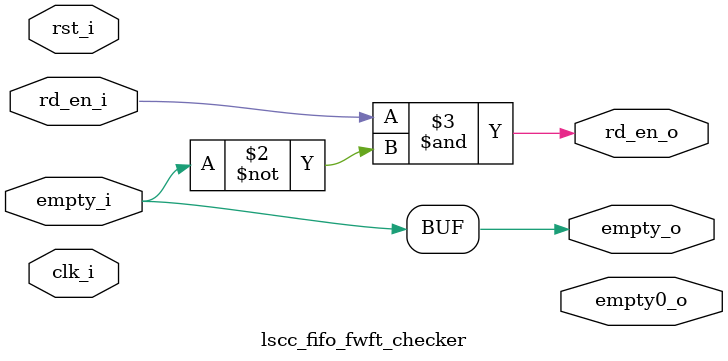
<source format=v>

`ifndef FLAG_CHECKER
`define FLAG_CHECKER

`timescale 1 ns / 1 ns

module flag_checker #(
    parameter FAMILY                    = "LIFCL",
    parameter WADDR_DEPTH               = 512,
    parameter WADDR_WIDTH               = clog2(WADDR_DEPTH),
    parameter WDATA_WIDTH               = 36,
    parameter RADDR_DEPTH               = 512,
    parameter RADDR_WIDTH               = clog2(RADDR_DEPTH),
    parameter RDATA_WIDTH               = 36,
    parameter REGMODE                   = "reg",
    parameter RESETMODE                 = "async",
    parameter ENABLE_ALMOST_FULL_FLAG   = "TRUE",
    parameter ENABLE_ALMOST_EMPTY_FLAG  = "TRUE",
    parameter ALMOST_FULL_ASSERTION     = "static-dual",
    parameter ALMOST_FULL_ASSERT_LVL    = 511,
    parameter ALMOST_FULL_DEASSERT_LVL  = 510,
    parameter ALMOST_EMPTY_ASSERTION    = "static-dual",
    parameter ALMOST_EMPTY_ASSERT_LVL   = 1,
    parameter ALMOST_EMPTY_DEASSERT_LVL = 2,
    parameter ENABLE_DATA_COUNT_WR      = "FALSE",
    parameter ENABLE_DATA_COUNT_RD      = "FALSE",
    parameter LATENCY                   = 2,
    parameter DEASSERT_LATENCY          = 2,
    parameter FWFT                      = 0
)(
//----------------------------
// Inputs
//----------------------------
    input wr_clk_i,
    input rd_clk_i,
    input wr_en_i,
    input rd_en_i,
    input rst_i,
    input rp_rst_i,
    
    input [WADDR_WIDTH-1:0] almost_full_th_i,
    input [WADDR_WIDTH-1:0] almost_full_clr_th_i,
    input [RADDR_WIDTH-1:0] almost_empty_th_i,
    input [RADDR_WIDTH-1:0] almost_empty_clr_th_i,
    
//----------------------------
// Outputs
//----------------------------
    
    output full_o,
    output empty_o,
	output empty0_o,
    output almost_full_o,
    output almost_empty_o,
    output [WADDR_WIDTH:0] wr_data_cnt_o,
    output [RADDR_WIDTH:0] rd_data_cnt_o
);

//----------------------------
// Local Parameters
//----------------------------
localparam G_WADDR_WIDTH = WADDR_WIDTH+1;
localparam G_RADDR_WIDTH = RADDR_WIDTH+1;
localparam CMP_WIDTH     = (WADDR_WIDTH >= RADDR_WIDTH) ? (RADDR_WIDTH+1) : (WADDR_WIDTH+1);
localparam GEN_FACTOR    = (WDATA_WIDTH > RDATA_WIDTH) ? WDATA_WIDTH / RDATA_WIDTH : RDATA_WIDTH / WDATA_WIDTH;
localparam W_FACTOR      = (WADDR_WIDTH > RADDR_WIDTH) ? GEN_FACTOR : 1;
localparam R_FACTOR      = (WADDR_WIDTH > RADDR_WIDTH) ? 1 : GEN_FACTOR;


localparam _FCODE_LIFCL_ = 1;
localparam _FCODE_ICE_   = 2;
localparam _FCODE_AP6_   = 3;
localparam _FCODE_COMMON_= 0;
localparam FAMILY_CODE   = ( FAMILY == "LATG1"   ) ? _FCODE_AP6_   : 
                           ( FAMILY == "LAV-AT"  ) ? _FCODE_AP6_   : 
                           ( FAMILY == "LIFCL"   ) ? _FCODE_LIFCL_ : 
                           ( FAMILY == "iCE40UP" ) ? _FCODE_ICE_   : _FCODE_COMMON_ ;
localparam OPT_DATA_WIDTH = getMinFIFO(WADDR_DEPTH, WDATA_WIDTH, 0, FAMILY_CODE, 0);
localparam OPT_ADDR_DEPTH = data_to_addr(OPT_DATA_WIDTH, FAMILY_CODE);
localparam FIFO_DATA      = roundUP(WDATA_WIDTH, OPT_DATA_WIDTH);
localparam FIFO_ADDR      = roundUP(WADDR_DEPTH, OPT_ADDR_DEPTH);
localparam IS_CASCADE     = (FIFO_ADDR > 1);

localparam FWFT_ADJ      =  FWFT ? (GEN_FACTOR > 1)? 0 : IS_CASCADE : 0;

reg empty_ext_r;
wire rd_en_w;

lscc_fifo_fwft_checker # (
    .FWFT    (FWFT        )
) u_fwft (                        
    .clk_i   (rd_clk_i    ),
    .rst_i   (rst_i       ),
    .empty_i (empty_ext_r ),
    .rd_en_i (rd_en_i     ),

    .empty_o (empty_o     ),
	.empty0_o(empty0_o    ),
    .rd_en_o (rd_en_w     )
);

genvar i0, i1, ilat0;
generate
    //----------------------------
    // Wire and Registers
    //----------------------------

    // -- Write-Synced Signals --
    reg                        full_r;
    reg                        full_ext_r;
    reg                        full_q_r;

    reg  [WADDR_WIDTH:0]       wr_addr_r;
    reg  [WADDR_WIDTH:0]       wr_addr_arith_r;
    reg  [WADDR_WIDTH:0]       wr_addr_nxt_c;
    wire [WADDR_WIDTH-1:0]     wr_mem_addr_w      = wr_addr_r[WADDR_WIDTH-1:0];
    wire [WADDR_WIDTH:0]       wr_addr_p1_w       = wr_addr_r + 1'b1;
                                                  
    reg  [G_RADDR_WIDTH-1:0]   rp_sync1_r;
    reg  [G_RADDR_WIDTH-1:0]   rp_sync2_r;
                                                  
    wire [G_WADDR_WIDTH-1:0]   wr_buff_w;
    reg [G_WADDR_WIDTH-1:0]    wr_buff_sync_r;
    wire [RADDR_WIDTH:0]       rp_sync_w;
                                                  
    wire [CMP_WIDTH-1:0]       wr_cmp_wr_w        = wr_addr_p1_w[WADDR_WIDTH:WADDR_WIDTH-CMP_WIDTH+1];
    wire [CMP_WIDTH-1:0]       rd_cmp_wr_w        = rp_sync_w[RADDR_WIDTH:RADDR_WIDTH-CMP_WIDTH+1];
    wire [CMP_WIDTH-2:0]       wr_cmp_mem_wr_w    = wr_cmp_wr_w[CMP_WIDTH-2:0];
    wire [CMP_WIDTH-2:0]       rd_cmp_mem_wr_w    = rd_cmp_wr_w[CMP_WIDTH-2:0];
    wire [CMP_WIDTH-2:0]       wr_cur_mem_wr_w    = wr_mem_addr_w[WADDR_WIDTH-1:WADDR_WIDTH-CMP_WIDTH+1];

    wire [WADDR_WIDTH:0]       wr_sig_rd_w;
    wire [WADDR_WIDTH:0]       wr_sig_diff0_w     = wr_addr_arith_r - wr_sig_rd_w;

    reg                        full_nxt_c;

    // -- Read-Synced Signals --
    reg                        empty_r;
    reg                        empty_q_r;

    reg  [RADDR_WIDTH:0]       rd_addr_r;
    reg  [RADDR_WIDTH:0]       rd_addr_arith_r;
    reg  [RADDR_WIDTH:0]       rd_addr_nxt_c;
    wire [RADDR_WIDTH-1:0]     rd_mem_addr_w      = rd_addr_r[RADDR_WIDTH-1:0];
    wire [RADDR_WIDTH:0]       rd_addr_p1_w       = rd_addr_r + 1'b1;

    reg  [G_WADDR_WIDTH-1:0]   wp_sync1_r;
    reg  [G_WADDR_WIDTH-1:0]   wp_sync2_r;

    wire [G_RADDR_WIDTH-1:0]   rd_buff_w;
    reg [G_RADDR_WIDTH-1:0]    rd_buff_sync_r;
    wire [WADDR_WIDTH:0]       wp_sync_w;
                                                  
    wire [CMP_WIDTH-1:0]       rd_cmp_rd_w        = rd_addr_p1_w[RADDR_WIDTH:RADDR_WIDTH-CMP_WIDTH+1];
    wire [CMP_WIDTH-1:0]       wr_cmp_rd_w        = wp_sync_w[WADDR_WIDTH:WADDR_WIDTH-CMP_WIDTH+1];
    wire [CMP_WIDTH-2:0]       wr_cmp_mem_rd_w    = wr_cmp_rd_w[CMP_WIDTH-2:0];
    wire [CMP_WIDTH-2:0]       rd_cmp_mem_rd_w    = rd_cmp_rd_w[CMP_WIDTH-2:0];
    wire [CMP_WIDTH-2:0]       rd_cur_mem_rd_w    = rd_mem_addr_w[RADDR_WIDTH-1:RADDR_WIDTH-CMP_WIDTH+1];

    wire [RADDR_WIDTH:0]       rd_sig_wr_w;
    wire [RADDR_WIDTH:0]       rd_sig_diff0_w     = rd_sig_wr_w - rd_addr_arith_r;
 
    reg                        empty_nxt_c;

    wire [RADDR_WIDTH:0]       full_addr_w;

    // -- Top-Level Assignments --
    assign                     full_o             = full_ext_r;

    // -- Global Signals -- 
    wire                       wr_fifo_en_w       = wr_en_i & ~full_r;
    wire                       rd_fifo_en_w       = rd_en_w & ~empty_r;
    genvar gri0;
    //----------------------------
    // Behavioral Model
    //----------------------------

    // ----------------------
    // -- WRITE CONTROLLER --
    // ----------------------

    // -- wr_buff_encode --
    assign wr_buff_w = wr_addr_nxt_c;

    if(RESETMODE == "sync") begin : wr_encode_sync
        always @ (posedge wr_clk_i) begin
            if(rst_i) begin
                wr_buff_sync_r <= {G_WADDR_WIDTH{1'b0}};
            end
            else begin
                wr_buff_sync_r <= wr_buff_w;
            end
        end
    end
    else begin : wr_encode_async
        always @ (posedge wr_clk_i, posedge rst_i) begin
            if(rst_i) begin
                wr_buff_sync_r <= {G_WADDR_WIDTH{1'b0}};
            end
            else begin
                wr_buff_sync_r <= wr_buff_w;
            end
        end
    end

    // -- rd_buff_decode --  
    assign rp_sync_w = rp_sync2_r;

    // ---------------------------
    // -- Core Write Controller --
    // ---------------------------
    wire wr_sig_mv_w    = wr_en_i & ~full_r;
    wire full_cmp_w     = (wr_cmp_mem_wr_w == rd_cmp_mem_wr_w);
    wire full_rel_cmp_w = (wr_cur_mem_wr_w == rd_cmp_mem_wr_w);
    wire full_max_w     = (wr_cmp_wr_w[CMP_WIDTH-1] ^ rd_cmp_wr_w[CMP_WIDTH-1]);

    always @ (*) begin
        wr_addr_nxt_c = (wr_sig_mv_w & ~rp_rst_i) ? wr_addr_p1_w : wr_addr_r;
    end

    if(DEASSERT_LATENCY == 0) begin : _DEASSERT_LAT_FULL_0
       always @ (*) begin
           full_nxt_c = ~rp_rst_i & (wr_sig_mv_w ? (full_cmp_w & full_max_w) : (full_rel_cmp_w & full_r));
       end
    end
    else begin : _DEASSERT_LAT_FULL_N
        wire de_assert_w;
        assign de_assert_w = ~rp_rst_i & (wr_sig_mv_w ? (full_cmp_w & full_max_w) : (full_rel_cmp_w & full_r));
        reg [DEASSERT_LATENCY-1:0] de_assert_r;
        for(ilat0 = 0; ilat0 < DEASSERT_LATENCY; ilat0 = ilat0 + 1) begin
            if(ilat0 == 0) begin
                always @ (posedge wr_clk_i, posedge rst_i) begin
                    if(rst_i) begin
                        de_assert_r[0] <= 1'b1;
                    end
                    else begin
                        de_assert_r[0] <= de_assert_w;
                    end
                end
            end
            else begin
                always @ (posedge wr_clk_i, posedge rst_i) begin
                    if(rst_i) begin
                        de_assert_r[ilat0] <= 1'b1;
                    end
                    else begin
                        de_assert_r[ilat0] <= de_assert_r[ilat0-1];
                    end
                end
            end
        end 
        always @ (*) begin
            //full_nxt_c = full_r ? |de_assert_r : de_assert_w;
            full_nxt_c = ~full_r ? de_assert_w : 
                         (WADDR_WIDTH == 1 || 
                          RADDR_WIDTH == 1) ? de_assert_r[DEASSERT_LATENCY-1] | ~full_q_r : |de_assert_r;
        end
    end

    if(RESETMODE == "sync") begin : sync_wr_controller
        always @ (posedge wr_clk_i) begin
            if(rst_i) begin
                wr_addr_r <= {WADDR_WIDTH{1'b0}};
                wr_addr_arith_r <= {WADDR_WIDTH{1'b0}};
                full_r <= 1'b0;
                full_ext_r <= 1'b0;
                full_q_r <= 1'b0;
            end
            else begin
                wr_addr_r <= wr_addr_nxt_c;
                wr_addr_arith_r <= wr_addr_nxt_c;
                full_r <= full_nxt_c;
                full_ext_r <= full_nxt_c;
                full_q_r <= full_r;
            end
        end
    end // end sync_wr_controller
    else begin : async_wr_controller
        always @ (posedge wr_clk_i, posedge rst_i) begin
            if(rst_i) begin
                wr_addr_r <= {WADDR_WIDTH{1'b0}};
                wr_addr_arith_r <= {WADDR_WIDTH{1'b0}};
                full_r <= 1'b0;
                full_ext_r <= 1'b0;
                full_q_r <= 1'b0;
            end
            else begin
                wr_addr_r <= wr_addr_nxt_c;
                wr_addr_arith_r <= wr_addr_nxt_c;
                full_r <= full_nxt_c;
                full_ext_r <= full_nxt_c;
                full_q_r <= full_r;
            end
        end
    end // end async_wr_controller

    // -- Read to Write Synchronizer --
    if(LATENCY == 0) begin
        always @ (*) begin
            rp_sync2_r = rd_buff_w;
        end
    end
    else if(LATENCY == 1) begin
        if(RESETMODE == "sync") begin
            always @ (posedge wr_clk_i) begin
                if(rst_i) begin
                    rp_sync2_r <= {(G_RADDR_WIDTH){1'b0}};
                end
                else begin
                    rp_sync2_r <= rd_buff_sync_r;
                end
            end
        end
        else begin
            always @ (posedge wr_clk_i, posedge rst_i) begin
                if(rst_i) begin
                    rp_sync2_r <= {(G_RADDR_WIDTH){1'b0}};
                end
                else begin
                    rp_sync2_r <= rd_buff_sync_r;
                end
            end
        end
    end
    else begin
        reg [G_RADDR_WIDTH-1:0] sync_reg [LATENCY-2:0];
        for(ilat0 = 0; ilat0 < LATENCY; ilat0 = ilat0 + 1) begin
            if(ilat0 == 0) begin
                if(RESETMODE == "sync") begin
                    always @ (posedge wr_clk_i) begin
                        if(rst_i) begin
                            sync_reg[ilat0] <= {(G_RADDR_WIDTH){1'b0}};
                        end
                        else begin
                            sync_reg[ilat0] <= rd_buff_sync_r;
                        end
                    end
                end
                else begin
                    always @ (posedge wr_clk_i, posedge rst_i) begin
                        if(rst_i) begin
                            sync_reg[ilat0] <= {(G_RADDR_WIDTH){1'b0}};
                        end
                        else begin
                            sync_reg[ilat0] <= rd_buff_sync_r;
                        end
                    end
                end
            end
            else if(ilat0 == LATENCY-1) begin
                if(RESETMODE == "sync") begin
                    always @ (posedge wr_clk_i) begin
                        if(rst_i) begin
                            rp_sync2_r <= {(G_RADDR_WIDTH){1'b0}};
                        end
                        else begin
                            rp_sync2_r <= sync_reg[ilat0-1];
                        end
                    end
                end
                else begin
                    always @ (posedge wr_clk_i, posedge rst_i) begin
                        if(rst_i) begin
                            rp_sync2_r <= {(G_RADDR_WIDTH){1'b0}};
                        end
                        else begin
                            rp_sync2_r <= sync_reg[ilat0-1];
                        end
                    end
                end
            end
            else begin
                if(RESETMODE == "sync") begin
                    always @ (posedge wr_clk_i) begin
                        if(rst_i) begin
                            sync_reg[ilat0] <= {(G_RADDR_WIDTH){1'b0}};
                        end
                        else begin
                            sync_reg[ilat0] <= sync_reg[ilat0-1];
                        end
                    end
                end
                else begin
                    always @ (posedge wr_clk_i, posedge rst_i) begin
                        if(rst_i) begin
                            sync_reg[ilat0] <= {(G_RADDR_WIDTH){1'b0}};
                        end
                        else begin
                            sync_reg[ilat0] <= sync_reg[ilat0-1];
                        end
                    end
                end
            end
        end
    end

    // -- Routing for WR difference signals --
    if(WADDR_WIDTH > RADDR_WIDTH) begin
        assign wr_sig_rd_w = {rp_sync_w, {(WADDR_WIDTH-RADDR_WIDTH){1'b0}}};

    end // end WADDR_WIDTH > RADDR_WIDTH
    else begin
        assign wr_sig_rd_w = rp_sync_w[RADDR_WIDTH:RADDR_WIDTH-WADDR_WIDTH];
    end // end else

    // -- Almost Full Flag Controller --
    if(ENABLE_ALMOST_FULL_FLAG == "TRUE") begin : afull_flag_impl
        wire [WADDR_WIDTH-1:0] almost_full_tick_w = (ALMOST_FULL_ASSERTION == "static-single" || ALMOST_FULL_ASSERTION == "static-dual") ? (ALMOST_FULL_ASSERT_LVL) : (almost_full_th_i) ;
        wire [WADDR_WIDTH-1:0] almost_full_tock_w = ((ALMOST_FULL_ASSERTION == "static-single") ? ALMOST_FULL_ASSERT_LVL : 
                                                    (ALMOST_FULL_ASSERTION == "static-dual") ? ALMOST_FULL_DEASSERT_LVL :
                                                    (ALMOST_FULL_ASSERTION == "dynamic-single") ? almost_full_th_i : almost_full_clr_th_i);

        reg af_flag_r;
        reg af_flag_ext_r;

        wire af_flag_p_w = ~(wr_sig_diff0_w < almost_full_tick_w - wr_en_i);
        wire af_flag_n_w = (wr_sig_diff0_w > almost_full_tock_w);

        wire af_flag_nxt_w;

        assign almost_full_o = af_flag_ext_r;

        if(RESETMODE == "sync") begin : sync
            always @ (posedge wr_clk_i) begin
                if(rst_i == 1'b1) begin
                   af_flag_r <= 1'b0;
                   af_flag_ext_r <= 1'b0;
                end
                else begin
                   af_flag_r <= af_flag_nxt_w;
                   af_flag_ext_r <= af_flag_nxt_w;
                end
            end
        end // end sync
        else begin : async
            always @ (posedge wr_clk_i, posedge rst_i) begin
                if(rst_i == 1'b1) begin
                   af_flag_r <= 1'b0;
                   af_flag_ext_r <= 1'b0;
                end
                else begin
                   af_flag_r <= af_flag_nxt_w;
                   af_flag_ext_r <= af_flag_nxt_w;
                end
            end
        end // end async

        if(DEASSERT_LATENCY == 0) begin : _DEASSERT_LAT_AF_0
            assign af_flag_nxt_w = (af_flag_p_w) | (af_flag_n_w & af_flag_r);
        end
        else begin : _DEASSERT_LAT_AF_N
            wire de_assert_w;
            assign de_assert_w = (af_flag_p_w) | (af_flag_n_w & af_flag_r);
            reg [DEASSERT_LATENCY-1:0] de_assert_r;
            for(ilat0 = 0; ilat0 < DEASSERT_LATENCY; ilat0 = ilat0 + 1) begin
                if(ilat0 == 0) begin
                    always @ (posedge rd_clk_i, posedge rst_i) begin
                        if(rst_i) begin
                            de_assert_r[0] <= 1'b1;
                        end
                        else begin
                            de_assert_r[0] <= de_assert_w;
                        end
                    end
                end
                else begin
                    always @ (posedge rd_clk_i, posedge rst_i) begin
                        if(rst_i) begin
                            de_assert_r[ilat0] <= 1'b1;
                        end
                        else begin
                            de_assert_r[ilat0] <= de_assert_r[ilat0-1];
                        end
                    end
                end
            end 
            assign af_flag_nxt_w = af_flag_r ? |de_assert_r : de_assert_w;
        end

    end // end afull_flag_impl
    else begin
        assign almost_full_o = 1'b0;
    end

    // -- Enable WR Data Count Controller --
    if(ENABLE_DATA_COUNT_WR == "TRUE") begin : en_wr_cnt
        reg [WADDR_WIDTH:0] wr_counter_r;
        assign wr_data_cnt_o = wr_counter_r;

        // synthesis translate_off
        initial begin
            wr_counter_r = {(WADDR_WIDTH+1){1'b0}};
        end
        // synthesis translate_on

        if(RESETMODE == "sync") begin
            always @ (posedge wr_clk_i) begin
                if(rst_i) begin
                    wr_counter_r <= {(WADDR_WIDTH+1){1'b0}};
                end
                else begin
                    wr_counter_r <= wr_sig_diff0_w;
                end
            end
        end
        else begin
            always @ (posedge wr_clk_i, posedge rst_i) begin
                if(rst_i) begin
                    wr_counter_r <= {(WADDR_WIDTH+1){1'b0}};
                end
                else begin
                    wr_counter_r <= wr_sig_diff0_w;
                end
            end
        end
    end // end en_wr_cnt
    else begin
        assign wr_data_cnt_o = {(WADDR_WIDTH+1){1'b0}};
    end

    // ---------------------
    // -- READ CONTROLLER --
    // ---------------------

    // -- Full Address for rp_rst_i --
    if(WADDR_WIDTH >= RADDR_WIDTH) begin : full_addr_e
        assign full_addr_w  = {~wp_sync_w[WADDR_WIDTH], wp_sync_w[WADDR_WIDTH-1:WADDR_WIDTH-RADDR_WIDTH]};
    end // end full_addr_e
    else begin : full_addr_o
        assign full_addr_w = {~wp_sync_w[WADDR_WIDTH], wp_sync_w[WADDR_WIDTH-1:0], {(RADDR_WIDTH-WADDR_WIDTH){1'b0}}};
    end // end full_addr_o

    // -- rd_buff_encode --
    assign rd_buff_w = rd_addr_nxt_c;

    if(RESETMODE == "sync") begin : rd_encode_sync
        always @ (posedge rd_clk_i) begin
            if(rst_i) begin
                rd_buff_sync_r <= {G_RADDR_WIDTH{1'b0}};
            end
            else begin
                rd_buff_sync_r <= rd_buff_w;
            end
        end
    end
    else begin : rd_encode_async
        always @ (posedge rd_clk_i, posedge rst_i) begin
            if(rst_i) begin
                rd_buff_sync_r <= {G_RADDR_WIDTH{1'b0}};
            end
            else begin
                rd_buff_sync_r <= rd_buff_w;
            end
        end
    end

    // -- wr_buff_decode --
    assign wp_sync_w = wp_sync2_r;

    // ---------------------------
    // -- Core Read Controller --
    // ---------------------------

    wire empty_cmp_w     = (wr_cmp_rd_w == rd_cmp_rd_w);
    wire empty_rel_cmp_w = (rd_cur_mem_rd_w == wr_cmp_mem_rd_w);
    wire rd_sig_mv_w     = rd_en_w & ~empty_r;

    always @ (*) begin
        rd_addr_nxt_c = rp_rst_i ? (full_addr_w) : (rd_sig_mv_w ? rd_addr_p1_w : rd_addr_r);
    end

    if(DEASSERT_LATENCY == 0) begin : _DEASSERT_LAT_EMPTY_0
        always @ (*) begin
            empty_nxt_c = ~rp_rst_i & (rd_sig_mv_w ? empty_cmp_w : empty_rel_cmp_w & empty_r);
        end
    end
    else begin : _DEASSERT_LAT_EMPTY_N
        wire de_assert_w;
        assign de_assert_w = ~rp_rst_i & (rd_sig_mv_w ? empty_cmp_w : empty_rel_cmp_w & empty_r);
        reg [DEASSERT_LATENCY-1:0] de_assert_r;
        for(ilat0 = 0; ilat0 < DEASSERT_LATENCY; ilat0 = ilat0 + 1) begin
            if(ilat0 == 0) begin
                always @ (posedge rd_clk_i, posedge rst_i) begin
                    if(rst_i) begin
                        de_assert_r[0] <= 1'b1;
                    end
                    else begin
                        de_assert_r[0] <= de_assert_w;
                    end
                end
            end
            else begin
                always @ (posedge rd_clk_i, posedge rst_i) begin
                    if(rst_i) begin
                        de_assert_r[ilat0] <= 1'b1;
                    end
                    else begin
                        de_assert_r[ilat0] <= de_assert_r[ilat0-1];
                    end
                end
            end
        end 
        always @ (*) begin
            //empty_nxt_c = empty_r ? |de_assert_r : de_assert_w;
            empty_nxt_c = ~empty_r ? de_assert_w :
                          (WADDR_WIDTH == 1 || 
                           RADDR_WIDTH == 1) ? de_assert_r[DEASSERT_LATENCY-1] | ~empty_q_r : |de_assert_r;
        end
    end

    if(RESETMODE == "sync") begin : sync_rd_controller
        always @ (posedge rd_clk_i) begin
            if(rst_i) begin
                empty_r <= 1'b1;
                empty_ext_r <= 1'b1;
                empty_q_r <= 1'b1;
                rd_addr_r <= {(RADDR_WIDTH+1){1'b0}};
                rd_addr_arith_r <= {(RADDR_WIDTH+1){1'b0}};
            end
            else begin
                empty_r <= empty_nxt_c;
                empty_ext_r <= empty_nxt_c;
                empty_q_r <= empty_r;
                rd_addr_r <= rd_addr_nxt_c;
                rd_addr_arith_r <= rd_addr_nxt_c;
            end
        end
    end // end sync_rd_controller
    else begin : async_rd_controller
        always @ (posedge rd_clk_i, posedge rst_i) begin
            if(rst_i) begin
                empty_r <= 1'b1;
                empty_ext_r <= 1'b1;
                empty_q_r <= 1'b1;
                rd_addr_r <= {(RADDR_WIDTH+1){1'b0}};
                rd_addr_arith_r <= {(RADDR_WIDTH+1){1'b0}};
            end
            else begin
                empty_r <= empty_nxt_c;
                empty_ext_r <= empty_nxt_c;
                empty_q_r <= empty_r;
                rd_addr_r <= rd_addr_nxt_c;
                rd_addr_arith_r <= rd_addr_nxt_c;
            end
        end
    end // end async_rd_controller

    // -- Write to Read Synchronizer --
    if(LATENCY == 0) begin
        always @ (*) begin
            wp_sync2_r = wr_buff_w;
        end
    end
    else if(LATENCY == 1) begin
        if(RESETMODE == "sync") begin
            always @ (posedge rd_clk_i) begin
                if(rst_i) begin
                    wp_sync2_r <= {(G_WADDR_WIDTH){1'b0}};
                end
                else begin
                    wp_sync2_r <= wr_buff_sync_r;
                end
            end
        end
        else begin
            always @ (posedge rd_clk_i, posedge rst_i) begin
                if(rst_i) begin
                    wp_sync2_r <= {(G_WADDR_WIDTH){1'b0}};
                end
                else begin
                    wp_sync2_r <= wr_buff_sync_r;
                end
            end
        end
    end
    else begin
        reg [G_WADDR_WIDTH-1:0] sync_reg [LATENCY-2:0];
        for(ilat0 = 0; ilat0 < LATENCY; ilat0 = ilat0 + 1) begin
            if(ilat0 == 0) begin
                if(RESETMODE == "sync") begin
                    always @ (posedge rd_clk_i) begin
                        if(rst_i) begin
                            sync_reg[ilat0] <= {(G_WADDR_WIDTH){1'b0}};
                        end
                        else begin
                            sync_reg[ilat0] <= wr_buff_sync_r;
                        end
                    end
                end
                else begin
                    always @ (posedge rd_clk_i, posedge rst_i) begin
                        if(rst_i) begin
                            sync_reg[ilat0] <= {(G_WADDR_WIDTH){1'b0}};
                        end
                        else begin
                            sync_reg[ilat0] <= wr_buff_sync_r;
                        end
                    end
                end
            end
            else if(ilat0 == LATENCY-1) begin
                if(RESETMODE == "sync") begin
                    always @ (posedge rd_clk_i) begin
                        if(rst_i) begin
                            wp_sync2_r <= {(G_WADDR_WIDTH){1'b0}};
                        end
                        else begin
                            wp_sync2_r <= sync_reg[ilat0-1];
                        end
                    end
                end
                else begin
                    always @ (posedge rd_clk_i, posedge rst_i) begin
                        if(rst_i) begin
                            wp_sync2_r <= {(G_WADDR_WIDTH){1'b0}};
                        end
                        else begin
                            wp_sync2_r <= sync_reg[ilat0-1];
                        end
                    end
                end
            end
            else begin
                if(RESETMODE == "sync") begin
                    always @ (posedge rd_clk_i) begin
                        if(rst_i) begin
                            sync_reg[ilat0] <= {(G_WADDR_WIDTH){1'b0}};
                        end
                        else begin
                            sync_reg[ilat0] <= sync_reg[ilat0-1];
                        end
                    end
                end
                else begin
                    always @ (posedge rd_clk_i, posedge rst_i) begin
                        if(rst_i) begin
                            sync_reg[ilat0] <= {(G_WADDR_WIDTH){1'b0}};
                        end
                        else begin
                            sync_reg[ilat0] <= sync_reg[ilat0-1];
                        end
                    end
                end
            end
        end
    end

    // -- Routing for RD difference signals --
    if(RADDR_WIDTH > WADDR_WIDTH) begin
        assign rd_sig_wr_w = {wp_sync_w, {(RADDR_WIDTH-WADDR_WIDTH){1'b0}}};
    end // end RADDR_WIDTH > WADDR_WIDTH
    else begin
        assign rd_sig_wr_w = wp_sync_w[WADDR_WIDTH:WADDR_WIDTH-RADDR_WIDTH];
    end // end else

    // -- Almost Empty Flag Controller --
    if(ENABLE_ALMOST_EMPTY_FLAG == "TRUE") begin : aempty_flag_impl
        wire [RADDR_WIDTH-1:0] almost_empty_tick_w = (ALMOST_EMPTY_ASSERTION == "static-single" || ALMOST_EMPTY_ASSERTION == "static-dual") ? (ALMOST_EMPTY_ASSERT_LVL): (almost_empty_th_i);
        wire [RADDR_WIDTH-1:0] almost_empty_tock_w = ((ALMOST_EMPTY_ASSERTION == "static-single") ? ALMOST_EMPTY_ASSERT_LVL : 
                                                     (ALMOST_EMPTY_ASSERTION == "static-dual") ? ALMOST_EMPTY_DEASSERT_LVL :
                                                     (ALMOST_EMPTY_ASSERTION == "dynamic-single") ? almost_empty_th_i : almost_empty_clr_th_i);

        reg                    ae_flag_r;
        reg                    ae_flag_ext_r;

        wire                   ae_flag_pos_w = ~(rd_sig_diff0_w > almost_empty_tick_w + rd_en_w);
        wire                   ae_flag_neg_w = (rd_sig_diff0_w < almost_empty_tock_w);

        wire                   ae_flag_nxt_w;
        assign                 almost_empty_o = ae_flag_ext_r;


        if(RESETMODE == "sync") begin : sync
            always @ (posedge rd_clk_i) begin
                if(rst_i) begin
                    ae_flag_ext_r <= 1'b1;
                    ae_flag_r <= 1'b1;
                end
                else begin
                    ae_flag_ext_r <= ae_flag_nxt_w;
                    ae_flag_r <= ae_flag_nxt_w;
                end
            end
        end // end sync
        else begin : async
            always @ (posedge rd_clk_i, posedge rst_i) begin
                if(rst_i) begin
                    ae_flag_ext_r <= 1'b1;
                    ae_flag_r <= 1'b1;
                end
                else begin
                    ae_flag_ext_r <= ae_flag_nxt_w;
                    ae_flag_r <= ae_flag_nxt_w;
                end
            end
        end // end async

        if(DEASSERT_LATENCY == 0) begin : _DEASSERT_LAT_AE_0
            assign ae_flag_nxt_w = ae_flag_pos_w | ae_flag_neg_w & ae_flag_r;
        end
        else begin : _DEASSERT_LAT_AE_N
            wire de_assert_w;
            assign de_assert_w = ae_flag_pos_w | ae_flag_neg_w & ae_flag_r;
            reg [DEASSERT_LATENCY-1+FWFT_ADJ:0] de_assert_r;
            for(ilat0 = 0; ilat0 < (DEASSERT_LATENCY + FWFT_ADJ); ilat0 = ilat0 + 1) begin
                if(ilat0 == 0) begin
                    always @ (posedge rd_clk_i, posedge rst_i) begin
                        if(rst_i) begin
                            de_assert_r[0] <= 1'b1;
                        end
                        else begin
                            de_assert_r[0] <= de_assert_w;
                        end
                    end
                end
                else begin
                    always @ (posedge rd_clk_i, posedge rst_i) begin
                        if(rst_i) begin
                            de_assert_r[ilat0] <= 1'b1;
                        end
                        else begin
                            de_assert_r[ilat0] <= de_assert_r[ilat0-1];
                        end
                    end
                end
            end 
            assign ae_flag_nxt_w = ae_flag_r ? |de_assert_r : de_assert_w;
        end
    end
    else begin
        assign almost_empty_o = 1'b0;
    end
    // -- Enable RD Data Count Controller --
    if(ENABLE_DATA_COUNT_RD == "TRUE") begin : en_rd_cnt
        reg [RADDR_WIDTH:0] rd_counter_r;
        assign rd_data_cnt_o = rd_counter_r;

        if(RESETMODE == "sync") begin
            always @ (posedge rd_clk_i) begin
                if(rst_i) begin
                    rd_counter_r <= {(RADDR_WIDTH+1){1'b0}};
                end
                else begin
                    rd_counter_r <= rd_sig_diff0_w;
                end
            end
        end
        else begin
            always @ (posedge rd_clk_i, posedge rst_i) begin
                if(rst_i) begin
                    rd_counter_r <= {(RADDR_WIDTH+1){1'b0}};
                end
                else begin
                    rd_counter_r <= rd_sig_diff0_w;
                end
            end
        end

    end // end en_rd_cnt
    else begin : dis_rd_cnt
        assign rd_data_cnt_o = {(RADDR_WIDTH+1){1'b0}};
    end
endgenerate

//------------------------------------------------------------------------------
// Function Definition
//------------------------------------------------------------------------------

function [31:0] clog2;
  input [31:0] value;
  reg   [31:0] num;
  begin
    num = value - 1;
    for (clog2=0; num>0; clog2=clog2+1) num = num>>1;
  end
endfunction

function [31:0] data_to_addr;
    input [31:0] dwid;
    input [31:0] fcode;
    begin
        case(fcode)
            _FCODE_LIFCL_: begin
                case(dwid)
                    36:       data_to_addr =   511;
                    32:       data_to_addr =   511;
                    18:       data_to_addr =  1023;
                    16:       data_to_addr =  1023;
                    9:        data_to_addr =  2047;
                    8:        data_to_addr =  2047;
                    4:        data_to_addr =  4095;
                    2:        data_to_addr =  8191;
                    1:        data_to_addr = 16383;
                    default:  data_to_addr =   511;
                endcase
            end
            _FCODE_AP6_: begin
                case(dwid)
                    72:       data_to_addr =   512;
                    64:       data_to_addr =   512;
                    36:       data_to_addr =  1024;
                    32:       data_to_addr =  1024;
                    18:       data_to_addr =  2048;
                    16:       data_to_addr =  2048;
                    9:        data_to_addr =  4096;
                    8:        data_to_addr =  4096;
                    4:        data_to_addr =  8192;
                    2:        data_to_addr = 16384;
                    default:  data_to_addr = 32768;
                endcase
            end
            default: data_to_addr = 512;
        endcase
    end
endfunction

function [31:0] roundUP;
    input [31:0] dividend;
    input [31:0] divisor;
    begin
        if(divisor == 1) begin
            roundUP = dividend;
        end
        else if(divisor == dividend) begin
            roundUP = 1;
        end
        else begin
            roundUP = dividend/divisor + (((dividend % divisor) == 0) ? 0 : 1);
        end
    end
endfunction

function [31:0] FIFOimpl;
    input [31:0] DEPTH_IMPL;
    input [31:0] WIDTH_IMPL;
    input [31:0] ADDR_DEPTH_X;
    input [31:0] DATA_WIDTH_X;
    begin
        FIFOimpl = roundUP(DEPTH_IMPL, ADDR_DEPTH_X)*roundUP(WIDTH_IMPL, DATA_WIDTH_X);
    end
endfunction

function [31:0] getMinFIFO;
    input [31:0] depth;
    input [31:0] dwid;
    input ecc_en;
    input [31:0] fcode;
    input IsUsingFastCtrl;
    reg [31:0] temp_00, temp_01, temp_02, temp_03, temp_04, temp_05, temp_06;
    reg [31:0] addr_00, addr_01, addr_02, addr_03, addr_04, addr_05;
    begin
        case(fcode)
            _FCODE_LIFCL_: begin
                if(ecc_en) begin
                    getMinFIFO = 32;
                end
                else begin
                    temp_00 = FIFOimpl(depth, dwid, 511, 36);
                    temp_01 = FIFOimpl(depth, dwid, 1023, 18);
                    temp_02 = FIFOimpl(depth, dwid, 2047, 9);
                    temp_03 = FIFOimpl(depth, dwid, 4095, 4);
                    temp_04 = FIFOimpl(depth, dwid, 8191, 2);
                    temp_05 = FIFOimpl(depth, dwid, 16383, 1);

                    addr_00 = roundUP(depth,   511);
                    addr_01 = roundUP(depth,  1023);
                    addr_02 = roundUP(depth,  2047);
                    addr_03 = roundUP(depth,  4095);
                    addr_04 = roundUP(depth,  8191);
                    addr_05 = roundUP(depth, 16383);

                    if(IsUsingFastCtrl) begin
                        if(addr_00 > 1) temp_00 = {32{1'b1}};
                        if(addr_01 > 1) temp_01 = {32{1'b1}};
                        if(addr_02 > 1) temp_02 = {32{1'b1}};
                        if(addr_03 > 1) temp_03 = {32{1'b1}};
                        if(addr_04 > 1) temp_04 = {32{1'b1}};
                        if(addr_05 > 1) temp_05 = {32{1'b1}};
                    end
                    else begin
                        if(addr_00 > 5) temp_00 = {32{1'b1}};
                        if(addr_01 > 5) temp_01 = {32{1'b1}};
                        if(addr_02 > 5) temp_02 = {32{1'b1}};
                        if(addr_03 > 5) temp_03 = {32{1'b1}};
                        if(addr_04 > 5) temp_04 = {32{1'b1}};
                        if(addr_05 > 5) temp_05 = {32{1'b1}};
                    end

                    if(temp_00 < temp_01) begin
                        if(temp_00 < temp_02) begin
                            if(temp_00 < temp_03) begin
                                if(temp_00 < temp_04) begin
                                    if(temp_00 < temp_05) begin
                                        getMinFIFO = 36;
                                    end
                                    else begin
                                        getMinFIFO = 1;
                                    end
                                end
                                else begin
                                    if(temp_04 < temp_05) begin
                                        getMinFIFO = 2;
                                    end
                                    else begin
                                        getMinFIFO = 1;
                                    end
                                end
                            end
                            else begin
                                if(temp_03 < temp_04) begin
                                    if(temp_03 < temp_05) begin
                                        getMinFIFO = 4;
                                    end
                                    else begin
                                        getMinFIFO = 1;
                                    end
                                end
                                else begin
                                    if(temp_04 < temp_05) begin
                                        getMinFIFO = 2;
                                    end
                                    else begin
                                        getMinFIFO = 1;
                                    end
                                end
                            end
                        end
                        else begin
                            if(temp_02 < temp_03) begin
                                if(temp_02 < temp_04) begin
                                    if(temp_02 < temp_05) begin
                                        getMinFIFO = 9;
                                    end
                                    else begin
                                        getMinFIFO = 1;
                                    end
                                end
                                else begin
                                    if(temp_04 < temp_05) begin
                                        getMinFIFO = 2;
                                    end
                                    else begin
                                        getMinFIFO = 1;
                                    end
                                end
                            end
                            else begin
                                if(temp_03 < temp_04) begin
                                    if(temp_03 < temp_05) begin
                                        getMinFIFO = 4;
                                    end
                                    else begin
                                        getMinFIFO = 1;
                                    end
                                end
                                else begin
                                    if(temp_04 < temp_05) begin
                                        getMinFIFO = 2;
                                    end
                                    else begin
                                        getMinFIFO = 1;
                                    end
                                end
                            end
                        end
                    end
                    else begin
                        if(temp_01 < temp_02) begin
                            if(temp_01 < temp_03) begin
                                if(temp_01 < temp_04) begin
                                    if(temp_01 < temp_05) begin
                                        getMinFIFO = 18;
                                    end
                                    else begin
                                        getMinFIFO = 1;
                                    end
                                end
                                else begin
                                    if(temp_04 < temp_05) begin
                                        getMinFIFO = 2;
                                    end
                                    else begin
                                        getMinFIFO = 1;
                                    end
                                end
                            end
                            else begin
                                if(temp_03 < temp_04) begin
                                    if(temp_03 < temp_05) begin
                                        getMinFIFO = 4;
                                    end
                                    else begin
                                        getMinFIFO = 1;
                                    end
                                end
                                else begin
                                    if(temp_04 < temp_05) begin
                                        getMinFIFO = 2;
                                    end
                                    else begin
                                        getMinFIFO = 1;
                                    end
                                end
                            end
                        end
                        else begin
                            if(temp_02 < temp_03) begin
                                if(temp_02 < temp_04) begin
                                    if(temp_02 < temp_05) begin
                                        getMinFIFO = 9;
                                    end
                                    else begin
                                        getMinFIFO = 1;
                                    end
                                end
                                else begin
                                    if(temp_04 < temp_05) begin
                                        getMinFIFO = 2;
                                    end
                                    else begin
                                        getMinFIFO = 1;
                                    end
                                end
                            end
                            else begin
                                if(temp_03 < temp_04) begin
                                    if(temp_03 < temp_05) begin
                                        getMinFIFO = 4;
                                    end
                                    else begin
                                        getMinFIFO = 1;
                                    end
                                end
                                else begin
                                    if(temp_04 < temp_05) begin
                                        getMinFIFO = 2;
                                    end
                                    else begin
                                        getMinFIFO = 1;
                                    end
                                end
                            end
                        end
                    end
                end
            end
            _FCODE_AP6_ : begin
                if(ecc_en) begin
                    getMinFIFO = 64;
                end
                else begin
                    temp_00 = FIFOimpl(depth, dwid, 512,  72);
                    temp_01 = FIFOimpl(depth, dwid, 1024, 36);
                    temp_02 = FIFOimpl(depth, dwid, 2048, 18);
                    temp_03 = FIFOimpl(depth, dwid, 4096,  9);
                    temp_04 = FIFOimpl(depth, dwid, 8192,  4);
                    temp_05 = FIFOimpl(depth, dwid, 16384, 2);
                    temp_06 = FIFOimpl(depth, dwid, 32768, 1);

                    // addr_00 = roundUP(depth,   512);
                    // addr_01 = roundUP(depth,  1024);
                    // addr_02 = roundUP(depth,  2048);
                    // addr_03 = roundUP(depth,  4096);
                    // addr_04 = roundUP(depth,  8192);
                    // addr_05 = roundUP(depth, 16384);
                    // addr_06 = roundUP(depth, 32768);

                    if(temp_00 < temp_01) begin
                        if(temp_00 < temp_02) begin
                            if(temp_00 < temp_03) begin
                                if(temp_00 < temp_04) begin
                                    if(temp_00 < temp_05) begin
                                        if(temp_00 < temp_06) begin
                                            getMinFIFO = 72;
                                        end
                                        else begin
                                            getMinFIFO = 1;
                                        end
                                    end
                                    else begin
                                        if(temp_05 < temp_06) begin
                                            getMinFIFO = 2;
                                        end
                                        else begin
                                            getMinFIFO = 1;
                                        end
                                    end
                                end
                                else begin
                                    if(temp_04 < temp_05) begin
                                        if(temp_04 < temp_06) begin
                                            getMinFIFO = 4;
                                        end
                                        else begin
                                            getMinFIFO = 1;
                                        end
                                    end
                                    else begin
                                        if(temp_05 < temp_06) begin
                                            getMinFIFO = 2;
                                        end
                                        else begin
                                            getMinFIFO = 1;
                                        end
                                    end
                                end
                            end
                            else begin
                                if(temp_03 < temp_04) begin
                                    if(temp_03 < temp_05) begin
                                        if(temp_03 < temp_06) begin
                                            getMinFIFO = 9;
                                        end
                                        else begin
                                            getMinFIFO = 1;
                                        end
                                    end
                                    else begin
                                        if(temp_05 < temp_06) begin
                                            getMinFIFO = 2;
                                        end
                                        else begin
                                            getMinFIFO = 1;
                                        end
                                    end
                                end
                                else begin
                                    if(temp_04 < temp_05) begin
                                        if(temp_04 < temp_06) begin
                                            getMinFIFO = 4;
                                        end
                                        else begin
                                            getMinFIFO = 1;
                                        end
                                    end
                                    else begin
                                        if(temp_05 < temp_06) begin
                                            getMinFIFO = 2;
                                        end
                                        else begin
                                            getMinFIFO = 1;
                                        end
                                    end
                                end
                            end
                        end
                        else begin
                            if(temp_02 < temp_03) begin
                                if(temp_02 < temp_04) begin
                                    if(temp_02 < temp_05) begin
                                        if(temp_02 < temp_06) begin
                                            getMinFIFO = 18;
                                        end
                                        else begin
                                            getMinFIFO = 1;
                                        end
                                    end
                                    else begin
                                        if(temp_05 < temp_06) begin
                                            getMinFIFO = 2;
                                        end
                                        else begin
                                            getMinFIFO = 1;
                                        end
                                    end
                                end
                                else begin
                                    if(temp_04 < temp_05) begin
                                        if(temp_04 < temp_06) begin
                                            getMinFIFO = 4;
                                        end
                                        else begin
                                            getMinFIFO = 1;
                                        end
                                    end
                                    else begin
                                        if(temp_05 < temp_06) begin
                                            getMinFIFO = 2;
                                        end
                                        else begin
                                            getMinFIFO = 1;
                                        end
                                    end
                                end
                            end
                            else begin
                                if(temp_03 < temp_04) begin
                                    if(temp_03 < temp_05) begin
                                        if(temp_03 < temp_06) begin
                                            getMinFIFO = 9;
                                        end
                                        else begin
                                            getMinFIFO = 1;
                                        end
                                    end
                                    else begin
                                        if(temp_05 < temp_06) begin
                                            getMinFIFO = 2;
                                        end
                                        else begin
                                            getMinFIFO = 1;
                                        end
                                    end
                                end
                                else begin
                                    if(temp_04 < temp_05) begin
                                        if(temp_04 < temp_06) begin
                                            getMinFIFO = 4;
                                        end
                                        else begin
                                            getMinFIFO = 1;
                                        end
                                    end
                                    else begin
                                        if(temp_05 < temp_06) begin
                                            getMinFIFO = 2;
                                        end
                                        else begin
                                            getMinFIFO = 1;
                                        end
                                    end
                                end
                            end
                        end
                    end
                    else begin
                        if(temp_01 < temp_02) begin
                            if(temp_01 < temp_03) begin
                                if(temp_01 < temp_04) begin
                                    if(temp_01 < temp_05) begin
                                        if(temp_01 < temp_06) begin
                                            getMinFIFO = 36;
                                        end
                                        else begin
                                            getMinFIFO = 1;
                                        end
                                    end
                                    else begin
                                        if(temp_05 < temp_06) begin
                                            getMinFIFO = 2;
                                        end
                                        else begin
                                            getMinFIFO = 1;
                                        end
                                    end
                                end
                                else begin
                                    if(temp_04 < temp_05) begin
                                        if(temp_04 < temp_06) begin
                                            getMinFIFO = 4;
                                        end
                                        else begin
                                            getMinFIFO = 1;
                                        end
                                    end
                                    else begin
                                        if(temp_05 < temp_06) begin
                                            getMinFIFO = 2;
                                        end
                                        else begin
                                            getMinFIFO = 1;
                                        end
                                    end
                                end
                            end
                            else begin
                                if(temp_03 < temp_04) begin
                                    if(temp_03 < temp_05) begin
                                        if(temp_03 < temp_06) begin
                                            getMinFIFO = 9;
                                        end
                                        else begin
                                            getMinFIFO = 1;
                                        end
                                    end
                                    else begin
                                        if(temp_05 < temp_06) begin
                                            getMinFIFO = 2;
                                        end
                                        else begin
                                            getMinFIFO = 1;
                                        end
                                    end
                                end
                                else begin
                                    if(temp_04 < temp_05) begin
                                        if(temp_04 < temp_06) begin
                                            getMinFIFO = 4;
                                        end
                                        else begin
                                            getMinFIFO = 1;
                                        end
                                    end
                                    else begin
                                        if(temp_05 < temp_06) begin
                                            getMinFIFO = 2;
                                        end
                                        else begin
                                            getMinFIFO = 1;
                                        end
                                    end
                                end
                            end
                        end
                        else begin
                            if(temp_02 < temp_03) begin
                                if(temp_02 < temp_04) begin
                                    if(temp_02 < temp_05) begin
                                        if(temp_02 < temp_06) begin
                                            getMinFIFO = 18;
                                        end
                                        else begin
                                            getMinFIFO = 1;
                                        end
                                    end
                                    else begin
                                        if(temp_05 < temp_06) begin
                                            getMinFIFO = 2;
                                        end
                                        else begin
                                            getMinFIFO = 1;
                                        end
                                    end
                                end
                                else begin
                                    if(temp_04 < temp_05) begin
                                        if(temp_04 < temp_06) begin
                                            getMinFIFO = 4;
                                        end
                                        else begin
                                            getMinFIFO = 1;
                                        end
                                    end
                                    else begin
                                        if(temp_05 < temp_06) begin
                                            getMinFIFO = 2;
                                        end
                                        else begin
                                            getMinFIFO = 1;
                                        end
                                    end
                                end
                            end
                            else begin
                                if(temp_03 < temp_04) begin
                                    if(temp_03 < temp_05) begin
                                        if(temp_03 < temp_06) begin
                                            getMinFIFO = 9;
                                        end
                                        else begin
                                            getMinFIFO = 1;
                                        end
                                    end
                                    else begin
                                        if(temp_05 < temp_06) begin
                                            getMinFIFO = 2;
                                        end
                                        else begin
                                            getMinFIFO = 1;
                                        end
                                    end
                                end
                                else begin
                                    if(temp_04 < temp_05) begin
                                        if(temp_04 < temp_06) begin
                                            getMinFIFO = 4;
                                        end
                                        else begin
                                            getMinFIFO = 1;
                                        end
                                    end
                                    else begin
                                        if(temp_05 < temp_06) begin
                                            getMinFIFO = 2;
                                        end
                                        else begin
                                            getMinFIFO = 1;
                                        end
                                    end
                                end
                            end
                        end
                    end
                end
            end
            default: getMinFIFO = dwid;
        endcase
    end
endfunction

endmodule
`endif


`ifndef LSCC_FIFO_FWFT_CHECKER
`define LSCC_FIFO_FWFT_CHECKER

module lscc_fifo_fwft_checker # (
    parameter FWFT    = 0
)(
    input                 clk_i,
    input                 rst_i,
    input                 empty_i,
    input                 rd_en_i,

    output                empty_o,
	output				  empty0_o,
    output                rd_en_o
);

if(FWFT) begin: __FWFT_ENABLED
    wire f0;
    wire f1;
    wire f2;
    wire f3;
    wire RE;
    wire REc;

    reg  q2;
    reg  q3;

    assign RE      = (rd_en_i & ~empty_o);
    assign f0      = (empty_i | f0) & ~(RE);

    assign f1      = RE | (~q2 & f2);
    assign f2      = f0 & (~empty_i | q2);
    assign f3      = empty_i & (q3 | RE);

    assign rd_en_o  = f1;
    assign empty_o  = q3;
	assign empty0_o = f3;

    always @ (posedge clk_i, posedge rst_i) begin
        if(rst_i) begin 
            q2  <= 1'b0;
            q3  <= 1'b1;
        end
        else begin
            q2  <= f2;
            q3  <= f3;
        end
    end
end
else begin: __NO_FWFT
    assign empty_o = empty_i;
    assign rd_en_o = rd_en_i & ~empty_i;
end

endmodule
`endif
</source>
